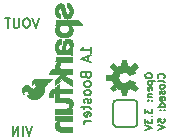
<source format=gbr>
G04 #@! TF.FileFunction,Legend,Bot*
%FSLAX46Y46*%
G04 Gerber Fmt 4.6, Leading zero omitted, Abs format (unit mm)*
G04 Created by KiCad (PCBNEW 4.0.6) date 07/21/17 14:00:03*
%MOMM*%
%LPD*%
G01*
G04 APERTURE LIST*
%ADD10C,0.100000*%
%ADD11C,0.152400*%
%ADD12C,0.127000*%
%ADD13C,0.010000*%
G04 APERTURE END LIST*
D10*
D11*
X66930209Y-82866895D02*
X66659276Y-83679695D01*
X66388343Y-82866895D01*
X66117409Y-83679695D02*
X66117409Y-82866895D01*
X65730361Y-83679695D02*
X65730361Y-82866895D01*
X65265904Y-83679695D01*
X65265904Y-82866895D01*
X67472076Y-73722895D02*
X67201143Y-74535695D01*
X66930210Y-73722895D01*
X66504457Y-73722895D02*
X66349638Y-73722895D01*
X66272229Y-73761600D01*
X66194819Y-73839010D01*
X66156114Y-73993829D01*
X66156114Y-74264762D01*
X66194819Y-74419581D01*
X66272229Y-74496990D01*
X66349638Y-74535695D01*
X66504457Y-74535695D01*
X66581867Y-74496990D01*
X66659276Y-74419581D01*
X66697981Y-74264762D01*
X66697981Y-73993829D01*
X66659276Y-73839010D01*
X66581867Y-73761600D01*
X66504457Y-73722895D01*
X65807771Y-73722895D02*
X65807771Y-74380876D01*
X65769066Y-74458286D01*
X65730362Y-74496990D01*
X65652952Y-74535695D01*
X65498133Y-74535695D01*
X65420724Y-74496990D01*
X65382019Y-74458286D01*
X65343314Y-74380876D01*
X65343314Y-73722895D01*
X65072380Y-73722895D02*
X64607923Y-73722895D01*
X64840152Y-74535695D02*
X64840152Y-73722895D01*
X71868695Y-76646315D02*
X71868695Y-76181858D01*
X71868695Y-76414087D02*
X71055895Y-76414087D01*
X71172010Y-76336677D01*
X71249419Y-76259268D01*
X71288124Y-76181858D01*
X71636467Y-76955953D02*
X71636467Y-77343001D01*
X71868695Y-76878544D02*
X71055895Y-77149477D01*
X71868695Y-77420410D01*
X71442943Y-78581553D02*
X71481648Y-78697667D01*
X71520352Y-78736372D01*
X71597762Y-78775077D01*
X71713876Y-78775077D01*
X71791286Y-78736372D01*
X71829990Y-78697667D01*
X71868695Y-78620258D01*
X71868695Y-78310620D01*
X71055895Y-78310620D01*
X71055895Y-78581553D01*
X71094600Y-78658963D01*
X71133305Y-78697667D01*
X71210714Y-78736372D01*
X71288124Y-78736372D01*
X71365533Y-78697667D01*
X71404238Y-78658963D01*
X71442943Y-78581553D01*
X71442943Y-78310620D01*
X71868695Y-79239534D02*
X71829990Y-79162125D01*
X71791286Y-79123420D01*
X71713876Y-79084715D01*
X71481648Y-79084715D01*
X71404238Y-79123420D01*
X71365533Y-79162125D01*
X71326829Y-79239534D01*
X71326829Y-79355648D01*
X71365533Y-79433058D01*
X71404238Y-79471763D01*
X71481648Y-79510467D01*
X71713876Y-79510467D01*
X71791286Y-79471763D01*
X71829990Y-79433058D01*
X71868695Y-79355648D01*
X71868695Y-79239534D01*
X71868695Y-79974924D02*
X71829990Y-79897515D01*
X71791286Y-79858810D01*
X71713876Y-79820105D01*
X71481648Y-79820105D01*
X71404238Y-79858810D01*
X71365533Y-79897515D01*
X71326829Y-79974924D01*
X71326829Y-80091038D01*
X71365533Y-80168448D01*
X71404238Y-80207153D01*
X71481648Y-80245857D01*
X71713876Y-80245857D01*
X71791286Y-80207153D01*
X71829990Y-80168448D01*
X71868695Y-80091038D01*
X71868695Y-79974924D01*
X71829990Y-80555495D02*
X71868695Y-80632905D01*
X71868695Y-80787724D01*
X71829990Y-80865133D01*
X71752581Y-80903838D01*
X71713876Y-80903838D01*
X71636467Y-80865133D01*
X71597762Y-80787724D01*
X71597762Y-80671609D01*
X71559057Y-80594200D01*
X71481648Y-80555495D01*
X71442943Y-80555495D01*
X71365533Y-80594200D01*
X71326829Y-80671609D01*
X71326829Y-80787724D01*
X71365533Y-80865133D01*
X71326829Y-81136067D02*
X71326829Y-81445705D01*
X71055895Y-81252181D02*
X71752581Y-81252181D01*
X71829990Y-81290886D01*
X71868695Y-81368295D01*
X71868695Y-81445705D01*
X71829990Y-82026276D02*
X71868695Y-81948866D01*
X71868695Y-81794047D01*
X71829990Y-81716638D01*
X71752581Y-81677933D01*
X71442943Y-81677933D01*
X71365533Y-81716638D01*
X71326829Y-81794047D01*
X71326829Y-81948866D01*
X71365533Y-82026276D01*
X71442943Y-82064981D01*
X71520352Y-82064981D01*
X71597762Y-81677933D01*
X71868695Y-82413324D02*
X71326829Y-82413324D01*
X71481648Y-82413324D02*
X71404238Y-82452029D01*
X71365533Y-82490733D01*
X71326829Y-82568143D01*
X71326829Y-82645552D01*
D12*
X76488471Y-78536800D02*
X76488471Y-78652914D01*
X76517500Y-78710972D01*
X76575557Y-78769029D01*
X76691671Y-78798057D01*
X76894871Y-78798057D01*
X77010986Y-78769029D01*
X77069043Y-78710972D01*
X77098071Y-78652914D01*
X77098071Y-78536800D01*
X77069043Y-78478743D01*
X77010986Y-78420686D01*
X76894871Y-78391657D01*
X76691671Y-78391657D01*
X76575557Y-78420686D01*
X76517500Y-78478743D01*
X76488471Y-78536800D01*
X76691671Y-79059315D02*
X77301271Y-79059315D01*
X76720700Y-79059315D02*
X76691671Y-79117372D01*
X76691671Y-79233486D01*
X76720700Y-79291543D01*
X76749729Y-79320572D01*
X76807786Y-79349601D01*
X76981957Y-79349601D01*
X77040014Y-79320572D01*
X77069043Y-79291543D01*
X77098071Y-79233486D01*
X77098071Y-79117372D01*
X77069043Y-79059315D01*
X77069043Y-79843086D02*
X77098071Y-79785029D01*
X77098071Y-79668915D01*
X77069043Y-79610858D01*
X77010986Y-79581829D01*
X76778757Y-79581829D01*
X76720700Y-79610858D01*
X76691671Y-79668915D01*
X76691671Y-79785029D01*
X76720700Y-79843086D01*
X76778757Y-79872115D01*
X76836814Y-79872115D01*
X76894871Y-79581829D01*
X76691671Y-80133372D02*
X77098071Y-80133372D01*
X76749729Y-80133372D02*
X76720700Y-80162400D01*
X76691671Y-80220458D01*
X76691671Y-80307543D01*
X76720700Y-80365600D01*
X76778757Y-80394629D01*
X77098071Y-80394629D01*
X77040014Y-80684915D02*
X77069043Y-80713943D01*
X77098071Y-80684915D01*
X77069043Y-80655886D01*
X77040014Y-80684915D01*
X77098071Y-80684915D01*
X76720700Y-80684915D02*
X76749729Y-80713943D01*
X76778757Y-80684915D01*
X76749729Y-80655886D01*
X76720700Y-80684915D01*
X76778757Y-80684915D01*
X76488471Y-81381601D02*
X76488471Y-81758972D01*
X76720700Y-81555772D01*
X76720700Y-81642858D01*
X76749729Y-81700915D01*
X76778757Y-81729944D01*
X76836814Y-81758972D01*
X76981957Y-81758972D01*
X77040014Y-81729944D01*
X77069043Y-81700915D01*
X77098071Y-81642858D01*
X77098071Y-81468686D01*
X77069043Y-81410629D01*
X77040014Y-81381601D01*
X77040014Y-82020229D02*
X77069043Y-82049257D01*
X77098071Y-82020229D01*
X77069043Y-81991200D01*
X77040014Y-82020229D01*
X77098071Y-82020229D01*
X76488471Y-82252458D02*
X76488471Y-82629829D01*
X76720700Y-82426629D01*
X76720700Y-82513715D01*
X76749729Y-82571772D01*
X76778757Y-82600801D01*
X76836814Y-82629829D01*
X76981957Y-82629829D01*
X77040014Y-82600801D01*
X77069043Y-82571772D01*
X77098071Y-82513715D01*
X77098071Y-82339543D01*
X77069043Y-82281486D01*
X77040014Y-82252458D01*
X76488471Y-82804000D02*
X77098071Y-83007200D01*
X76488471Y-83210400D01*
X78081414Y-78812572D02*
X78110443Y-78783543D01*
X78139471Y-78696457D01*
X78139471Y-78638400D01*
X78110443Y-78551315D01*
X78052386Y-78493257D01*
X77994329Y-78464229D01*
X77878214Y-78435200D01*
X77791129Y-78435200D01*
X77675014Y-78464229D01*
X77616957Y-78493257D01*
X77558900Y-78551315D01*
X77529871Y-78638400D01*
X77529871Y-78696457D01*
X77558900Y-78783543D01*
X77587929Y-78812572D01*
X78139471Y-79160915D02*
X78110443Y-79102857D01*
X78052386Y-79073829D01*
X77529871Y-79073829D01*
X78139471Y-79480229D02*
X78110443Y-79422171D01*
X78081414Y-79393143D01*
X78023357Y-79364114D01*
X77849186Y-79364114D01*
X77791129Y-79393143D01*
X77762100Y-79422171D01*
X77733071Y-79480229D01*
X77733071Y-79567314D01*
X77762100Y-79625371D01*
X77791129Y-79654400D01*
X77849186Y-79683429D01*
X78023357Y-79683429D01*
X78081414Y-79654400D01*
X78110443Y-79625371D01*
X78139471Y-79567314D01*
X78139471Y-79480229D01*
X78110443Y-79915657D02*
X78139471Y-79973714D01*
X78139471Y-80089829D01*
X78110443Y-80147886D01*
X78052386Y-80176914D01*
X78023357Y-80176914D01*
X77965300Y-80147886D01*
X77936271Y-80089829D01*
X77936271Y-80002743D01*
X77907243Y-79944686D01*
X77849186Y-79915657D01*
X77820157Y-79915657D01*
X77762100Y-79944686D01*
X77733071Y-80002743D01*
X77733071Y-80089829D01*
X77762100Y-80147886D01*
X78110443Y-80670400D02*
X78139471Y-80612343D01*
X78139471Y-80496229D01*
X78110443Y-80438172D01*
X78052386Y-80409143D01*
X77820157Y-80409143D01*
X77762100Y-80438172D01*
X77733071Y-80496229D01*
X77733071Y-80612343D01*
X77762100Y-80670400D01*
X77820157Y-80699429D01*
X77878214Y-80699429D01*
X77936271Y-80409143D01*
X78139471Y-81221943D02*
X77529871Y-81221943D01*
X78110443Y-81221943D02*
X78139471Y-81163886D01*
X78139471Y-81047772D01*
X78110443Y-80989714D01*
X78081414Y-80960686D01*
X78023357Y-80931657D01*
X77849186Y-80931657D01*
X77791129Y-80960686D01*
X77762100Y-80989714D01*
X77733071Y-81047772D01*
X77733071Y-81163886D01*
X77762100Y-81221943D01*
X78081414Y-81512229D02*
X78110443Y-81541257D01*
X78139471Y-81512229D01*
X78110443Y-81483200D01*
X78081414Y-81512229D01*
X78139471Y-81512229D01*
X77762100Y-81512229D02*
X77791129Y-81541257D01*
X77820157Y-81512229D01*
X77791129Y-81483200D01*
X77762100Y-81512229D01*
X77820157Y-81512229D01*
X77529871Y-82557258D02*
X77529871Y-82266972D01*
X77820157Y-82237943D01*
X77791129Y-82266972D01*
X77762100Y-82325029D01*
X77762100Y-82470172D01*
X77791129Y-82528229D01*
X77820157Y-82557258D01*
X77878214Y-82586286D01*
X78023357Y-82586286D01*
X78081414Y-82557258D01*
X78110443Y-82528229D01*
X78139471Y-82470172D01*
X78139471Y-82325029D01*
X78110443Y-82266972D01*
X78081414Y-82237943D01*
X77529871Y-82760457D02*
X78139471Y-82963657D01*
X77529871Y-83166857D01*
D11*
X75819000Y-82651600D02*
X75819000Y-80924400D01*
X75565000Y-82905600D02*
X74041000Y-82905600D01*
X75565000Y-80670400D02*
X74041000Y-80670400D01*
X73787000Y-80924400D02*
X73787000Y-82651600D01*
X74041000Y-82905600D02*
G75*
G02X73787000Y-82651600I0J254000D01*
G01*
X73787000Y-80924400D02*
G75*
G02X74041000Y-80670400I254000J0D01*
G01*
X75565000Y-80670400D02*
G75*
G02X75819000Y-80924400I0J-254000D01*
G01*
X75819000Y-82651600D02*
G75*
G02X75565000Y-82905600I-254000J0D01*
G01*
D13*
G36*
X69847460Y-72816720D02*
X69908420Y-72816720D01*
X69959220Y-72837040D01*
X69997320Y-72867520D01*
X70027800Y-72908160D01*
X70058280Y-72948800D01*
X70068440Y-73007220D01*
X70078600Y-73058020D01*
X70088760Y-73118980D01*
X70078600Y-73157080D01*
X70078600Y-73197720D01*
X70068440Y-73238360D01*
X70048120Y-73279000D01*
X70017640Y-73317100D01*
X69987160Y-73347580D01*
X69949060Y-73357740D01*
X69908420Y-73367900D01*
X69867780Y-73357740D01*
X69827140Y-73337420D01*
X69799200Y-73296780D01*
X69768720Y-73248520D01*
X69748400Y-73187560D01*
X69728080Y-73108820D01*
X69707760Y-73027540D01*
X69687440Y-72928480D01*
X69667120Y-72837040D01*
X69639180Y-72758300D01*
X69608700Y-72687180D01*
X69568060Y-72618600D01*
X69527420Y-72557640D01*
X69469000Y-72517000D01*
X69397880Y-72486520D01*
X69308980Y-72478900D01*
X69187060Y-72486520D01*
X69088000Y-72527160D01*
X69009260Y-72598280D01*
X68948300Y-72666860D01*
X68897500Y-72768460D01*
X68877180Y-72867520D01*
X68859400Y-72976740D01*
X68859400Y-73207880D01*
X68877180Y-73317100D01*
X68907660Y-73418700D01*
X68948300Y-73507600D01*
X69009260Y-73588880D01*
X69088000Y-73647300D01*
X69187060Y-73698100D01*
X69308980Y-73718420D01*
X69308980Y-73347580D01*
X69258180Y-73337420D01*
X69207380Y-73317100D01*
X69179440Y-73296780D01*
X69159120Y-73268840D01*
X69138800Y-73228200D01*
X69118480Y-73177400D01*
X69118480Y-73007220D01*
X69128640Y-72976740D01*
X69138800Y-72938640D01*
X69148960Y-72908160D01*
X69179440Y-72887840D01*
X69207380Y-72867520D01*
X69248020Y-72867520D01*
X69288660Y-72877680D01*
X69329300Y-72908160D01*
X69357240Y-72948800D01*
X69387720Y-73007220D01*
X69408040Y-73068180D01*
X69418200Y-73146920D01*
X69438520Y-73228200D01*
X69458840Y-73306940D01*
X69479160Y-73388220D01*
X69499480Y-73477120D01*
X69537580Y-73548240D01*
X69578220Y-73616820D01*
X69629020Y-73677780D01*
X69687440Y-73718420D01*
X69758560Y-73748900D01*
X69847460Y-73756520D01*
X69977000Y-73738740D01*
X70088760Y-73698100D01*
X70167500Y-73637140D01*
X70238620Y-73558400D01*
X70289420Y-73456800D01*
X70317360Y-73347580D01*
X70337680Y-73228200D01*
X70347840Y-73108820D01*
X70337680Y-72986900D01*
X70317360Y-72867520D01*
X70289420Y-72758300D01*
X70238620Y-72656700D01*
X70167500Y-72577960D01*
X70078600Y-72506840D01*
X69977000Y-72468740D01*
X69847460Y-72448420D01*
X69847460Y-72768460D01*
X69847460Y-72816720D01*
G37*
X69847460Y-72816720D02*
X69908420Y-72816720D01*
X69959220Y-72837040D01*
X69997320Y-72867520D01*
X70027800Y-72908160D01*
X70058280Y-72948800D01*
X70068440Y-73007220D01*
X70078600Y-73058020D01*
X70088760Y-73118980D01*
X70078600Y-73157080D01*
X70078600Y-73197720D01*
X70068440Y-73238360D01*
X70048120Y-73279000D01*
X70017640Y-73317100D01*
X69987160Y-73347580D01*
X69949060Y-73357740D01*
X69908420Y-73367900D01*
X69867780Y-73357740D01*
X69827140Y-73337420D01*
X69799200Y-73296780D01*
X69768720Y-73248520D01*
X69748400Y-73187560D01*
X69728080Y-73108820D01*
X69707760Y-73027540D01*
X69687440Y-72928480D01*
X69667120Y-72837040D01*
X69639180Y-72758300D01*
X69608700Y-72687180D01*
X69568060Y-72618600D01*
X69527420Y-72557640D01*
X69469000Y-72517000D01*
X69397880Y-72486520D01*
X69308980Y-72478900D01*
X69187060Y-72486520D01*
X69088000Y-72527160D01*
X69009260Y-72598280D01*
X68948300Y-72666860D01*
X68897500Y-72768460D01*
X68877180Y-72867520D01*
X68859400Y-72976740D01*
X68859400Y-73207880D01*
X68877180Y-73317100D01*
X68907660Y-73418700D01*
X68948300Y-73507600D01*
X69009260Y-73588880D01*
X69088000Y-73647300D01*
X69187060Y-73698100D01*
X69308980Y-73718420D01*
X69308980Y-73347580D01*
X69258180Y-73337420D01*
X69207380Y-73317100D01*
X69179440Y-73296780D01*
X69159120Y-73268840D01*
X69138800Y-73228200D01*
X69118480Y-73177400D01*
X69118480Y-73007220D01*
X69128640Y-72976740D01*
X69138800Y-72938640D01*
X69148960Y-72908160D01*
X69179440Y-72887840D01*
X69207380Y-72867520D01*
X69248020Y-72867520D01*
X69288660Y-72877680D01*
X69329300Y-72908160D01*
X69357240Y-72948800D01*
X69387720Y-73007220D01*
X69408040Y-73068180D01*
X69418200Y-73146920D01*
X69438520Y-73228200D01*
X69458840Y-73306940D01*
X69479160Y-73388220D01*
X69499480Y-73477120D01*
X69537580Y-73548240D01*
X69578220Y-73616820D01*
X69629020Y-73677780D01*
X69687440Y-73718420D01*
X69758560Y-73748900D01*
X69847460Y-73756520D01*
X69977000Y-73738740D01*
X70088760Y-73698100D01*
X70167500Y-73637140D01*
X70238620Y-73558400D01*
X70289420Y-73456800D01*
X70317360Y-73347580D01*
X70337680Y-73228200D01*
X70347840Y-73108820D01*
X70337680Y-72986900D01*
X70317360Y-72867520D01*
X70289420Y-72758300D01*
X70238620Y-72656700D01*
X70167500Y-72577960D01*
X70078600Y-72506840D01*
X69977000Y-72468740D01*
X69847460Y-72448420D01*
X69847460Y-72768460D01*
X69847460Y-72816720D01*
G36*
X69847460Y-74917300D02*
X69768720Y-74947780D01*
X69687440Y-74957940D01*
X69608700Y-74957940D01*
X69618860Y-75346560D01*
X69758560Y-75338940D01*
X69888100Y-75308460D01*
X70007480Y-75257660D01*
X69847460Y-74917300D01*
G37*
X69847460Y-74917300D02*
X69768720Y-74947780D01*
X69687440Y-74957940D01*
X69608700Y-74957940D01*
X69618860Y-75346560D01*
X69758560Y-75338940D01*
X69888100Y-75308460D01*
X70007480Y-75257660D01*
X69847460Y-74917300D01*
G36*
X70007480Y-75257660D02*
X70119240Y-75196700D01*
X70208140Y-75107800D01*
X70289420Y-74998580D01*
X70327520Y-74876660D01*
X70347840Y-74726800D01*
X70337680Y-74668380D01*
X70327520Y-74607420D01*
X70317360Y-74549000D01*
X70289420Y-74488040D01*
X70258940Y-74437240D01*
X70228460Y-74388980D01*
X70177660Y-74348340D01*
X70129400Y-74307700D01*
X70129400Y-74297540D01*
X71147940Y-74297540D01*
X71107300Y-74256900D01*
X71059040Y-74208640D01*
X71018400Y-74157840D01*
X70977760Y-74107040D01*
X70937120Y-74058780D01*
X70888860Y-74007980D01*
X70848220Y-73967340D01*
X70807580Y-73916540D01*
X68958460Y-73916540D01*
X68948300Y-73957180D01*
X68938140Y-74007980D01*
X68938140Y-74058780D01*
X68927980Y-74096880D01*
X68917820Y-74147680D01*
X68907660Y-74188320D01*
X68897500Y-74236580D01*
X68887340Y-74287380D01*
X69067680Y-74287380D01*
X69019420Y-74328020D01*
X68978780Y-74368660D01*
X68938140Y-74416920D01*
X68907660Y-74467720D01*
X68877180Y-74518520D01*
X68867020Y-74576940D01*
X68859400Y-74637900D01*
X68859400Y-74706480D01*
X68867020Y-74858880D01*
X68917820Y-74998580D01*
X68988940Y-75107800D01*
X69088000Y-75196700D01*
X69197220Y-75267820D01*
X69329300Y-75308460D01*
X69469000Y-75338940D01*
X69618860Y-75346560D01*
X69608700Y-74957940D01*
X69517260Y-74957940D01*
X69438520Y-74947780D01*
X69357240Y-74917300D01*
X69288660Y-74886820D01*
X69227700Y-74838560D01*
X69187060Y-74777600D01*
X69159120Y-74706480D01*
X69148960Y-74617580D01*
X69159120Y-74538840D01*
X69187060Y-74457560D01*
X69227700Y-74406760D01*
X69288660Y-74358500D01*
X69357240Y-74328020D01*
X69438520Y-74297540D01*
X69517260Y-74287380D01*
X69687440Y-74287380D01*
X69768720Y-74307700D01*
X69847460Y-74328020D01*
X69918580Y-74358500D01*
X69969380Y-74406760D01*
X70017640Y-74467720D01*
X70037960Y-74538840D01*
X70048120Y-74627740D01*
X70037960Y-74706480D01*
X70017640Y-74787760D01*
X69969380Y-74848720D01*
X69918580Y-74886820D01*
X69847460Y-74917300D01*
X70007480Y-75257660D01*
G37*
X70007480Y-75257660D02*
X70119240Y-75196700D01*
X70208140Y-75107800D01*
X70289420Y-74998580D01*
X70327520Y-74876660D01*
X70347840Y-74726800D01*
X70337680Y-74668380D01*
X70327520Y-74607420D01*
X70317360Y-74549000D01*
X70289420Y-74488040D01*
X70258940Y-74437240D01*
X70228460Y-74388980D01*
X70177660Y-74348340D01*
X70129400Y-74307700D01*
X70129400Y-74297540D01*
X71147940Y-74297540D01*
X71107300Y-74256900D01*
X71059040Y-74208640D01*
X71018400Y-74157840D01*
X70977760Y-74107040D01*
X70937120Y-74058780D01*
X70888860Y-74007980D01*
X70848220Y-73967340D01*
X70807580Y-73916540D01*
X68958460Y-73916540D01*
X68948300Y-73957180D01*
X68938140Y-74007980D01*
X68938140Y-74058780D01*
X68927980Y-74096880D01*
X68917820Y-74147680D01*
X68907660Y-74188320D01*
X68897500Y-74236580D01*
X68887340Y-74287380D01*
X69067680Y-74287380D01*
X69019420Y-74328020D01*
X68978780Y-74368660D01*
X68938140Y-74416920D01*
X68907660Y-74467720D01*
X68877180Y-74518520D01*
X68867020Y-74576940D01*
X68859400Y-74637900D01*
X68859400Y-74706480D01*
X68867020Y-74858880D01*
X68917820Y-74998580D01*
X68988940Y-75107800D01*
X69088000Y-75196700D01*
X69197220Y-75267820D01*
X69329300Y-75308460D01*
X69469000Y-75338940D01*
X69618860Y-75346560D01*
X69608700Y-74957940D01*
X69517260Y-74957940D01*
X69438520Y-74947780D01*
X69357240Y-74917300D01*
X69288660Y-74886820D01*
X69227700Y-74838560D01*
X69187060Y-74777600D01*
X69159120Y-74706480D01*
X69148960Y-74617580D01*
X69159120Y-74538840D01*
X69187060Y-74457560D01*
X69227700Y-74406760D01*
X69288660Y-74358500D01*
X69357240Y-74328020D01*
X69438520Y-74297540D01*
X69517260Y-74287380D01*
X69687440Y-74287380D01*
X69768720Y-74307700D01*
X69847460Y-74328020D01*
X69918580Y-74358500D01*
X69969380Y-74406760D01*
X70017640Y-74467720D01*
X70037960Y-74538840D01*
X70048120Y-74627740D01*
X70037960Y-74706480D01*
X70017640Y-74787760D01*
X69969380Y-74848720D01*
X69918580Y-74886820D01*
X69847460Y-74917300D01*
X70007480Y-75257660D01*
G36*
X69499480Y-75938380D02*
X69489320Y-76027280D01*
X69479160Y-76118720D01*
X69469000Y-76187300D01*
X69667120Y-76238100D01*
X69677280Y-76217780D01*
X69677280Y-76197460D01*
X69687440Y-76166980D01*
X69687440Y-76128880D01*
X69697600Y-76098400D01*
X69697600Y-76057760D01*
X69707760Y-76037440D01*
X69707760Y-76017120D01*
X69499480Y-75938380D01*
G37*
X69499480Y-75938380D02*
X69489320Y-76027280D01*
X69479160Y-76118720D01*
X69469000Y-76187300D01*
X69667120Y-76238100D01*
X69677280Y-76217780D01*
X69677280Y-76197460D01*
X69687440Y-76166980D01*
X69687440Y-76128880D01*
X69697600Y-76098400D01*
X69697600Y-76057760D01*
X69707760Y-76037440D01*
X69707760Y-76017120D01*
X69499480Y-75938380D01*
G36*
X69707760Y-76017120D02*
X69717920Y-75986640D01*
X69728080Y-75968860D01*
X69738240Y-75958700D01*
X69748400Y-75938380D01*
X69758560Y-75918060D01*
X69768720Y-75907900D01*
X69778880Y-75887580D01*
X69799200Y-75877420D01*
X69819520Y-75867260D01*
X69837300Y-75857100D01*
X69857620Y-75857100D01*
X69877940Y-75846940D01*
X69928740Y-75846940D01*
X69959220Y-75857100D01*
X69977000Y-75857100D01*
X69997320Y-75867260D01*
X70007480Y-75877420D01*
X70027800Y-75887580D01*
X70037960Y-75907900D01*
X70048120Y-75918060D01*
X70058280Y-75938380D01*
X70068440Y-75958700D01*
X70068440Y-75976480D01*
X70078600Y-75996800D01*
X70078600Y-76017120D01*
X70088760Y-76037440D01*
X70088760Y-76088240D01*
X70078600Y-76136500D01*
X70078600Y-76187300D01*
X70058280Y-76227940D01*
X70048120Y-76268580D01*
X70027800Y-76296520D01*
X70007480Y-76316840D01*
X69977000Y-76337160D01*
X69959220Y-76357480D01*
X69928740Y-76367640D01*
X69898260Y-76377800D01*
X69877940Y-76387960D01*
X69847460Y-76398120D01*
X69618860Y-76398120D01*
X69629020Y-76387960D01*
X69639180Y-76377800D01*
X69639180Y-76357480D01*
X69649340Y-76337160D01*
X69659500Y-76316840D01*
X69659500Y-76296520D01*
X69667120Y-76278740D01*
X69667120Y-76238100D01*
X69469000Y-76187300D01*
X69448680Y-76258420D01*
X69428360Y-76316840D01*
X69397880Y-76367640D01*
X69357240Y-76398120D01*
X69248020Y-76398120D01*
X69227700Y-76387960D01*
X69207380Y-76377800D01*
X69187060Y-76367640D01*
X69179440Y-76357480D01*
X69159120Y-76347320D01*
X69148960Y-76327000D01*
X69138800Y-76306680D01*
X69128640Y-76288900D01*
X69128640Y-76268580D01*
X69118480Y-76248260D01*
X69118480Y-76067920D01*
X69128640Y-76047600D01*
X69138800Y-76027280D01*
X69148960Y-76006960D01*
X69159120Y-75986640D01*
X69169280Y-75968860D01*
X69179440Y-75958700D01*
X69197220Y-75938380D01*
X69207380Y-75928220D01*
X69227700Y-75918060D01*
X69258180Y-75907900D01*
X69278500Y-75897740D01*
X69329300Y-75897740D01*
X69329300Y-75506580D01*
X69268340Y-75516740D01*
X69207380Y-75526900D01*
X69148960Y-75547220D01*
X69108320Y-75577700D01*
X69057520Y-75608180D01*
X69019420Y-75638660D01*
X68988940Y-75676760D01*
X68958460Y-75727560D01*
X68927980Y-75778360D01*
X68907660Y-75826620D01*
X68897500Y-75877420D01*
X68877180Y-75938380D01*
X68867020Y-75996800D01*
X68859400Y-76047600D01*
X68859400Y-76278740D01*
X68867020Y-76327000D01*
X68867020Y-76387960D01*
X68877180Y-76438760D01*
X68897500Y-76487020D01*
X68907660Y-76537820D01*
X68927980Y-76588620D01*
X68958460Y-76626720D01*
X68988940Y-76667360D01*
X69019420Y-76708000D01*
X69057520Y-76738480D01*
X69098160Y-76758800D01*
X69148960Y-76776580D01*
X69197220Y-76786740D01*
X70068440Y-76786740D01*
X70088760Y-76796900D01*
X70177660Y-76796900D01*
X70197980Y-76807060D01*
X70218300Y-76807060D01*
X70238620Y-76817220D01*
X70269100Y-76817220D01*
X70289420Y-76827380D01*
X70297040Y-76837540D01*
X70307200Y-76837540D01*
X70307200Y-76448920D01*
X70297040Y-76448920D01*
X70289420Y-76438760D01*
X70279260Y-76438760D01*
X70269100Y-76428600D01*
X70238620Y-76428600D01*
X70228460Y-76418440D01*
X70167500Y-76418440D01*
X70197980Y-76398120D01*
X70218300Y-76367640D01*
X70238620Y-76347320D01*
X70258940Y-76316840D01*
X70269100Y-76288900D01*
X70289420Y-76258420D01*
X70297040Y-76227940D01*
X70307200Y-76197460D01*
X70317360Y-76166980D01*
X70327520Y-76136500D01*
X70327520Y-76108560D01*
X70337680Y-76078080D01*
X70337680Y-76037440D01*
X70347840Y-76006960D01*
X70347840Y-75897740D01*
X70337680Y-75846940D01*
X70337680Y-75798680D01*
X70327520Y-75758040D01*
X70307200Y-75707240D01*
X70289420Y-75666600D01*
X70269100Y-75638660D01*
X70248780Y-75598020D01*
X70218300Y-75567540D01*
X70187820Y-75547220D01*
X70147180Y-75516740D01*
X70119240Y-75498960D01*
X70068440Y-75488800D01*
X70027800Y-75468480D01*
X69977000Y-75468480D01*
X69928740Y-75458320D01*
X69819520Y-75478640D01*
X69728080Y-75506580D01*
X69659500Y-75547220D01*
X69598540Y-75618340D01*
X69557900Y-75686920D01*
X69527420Y-75768200D01*
X69507100Y-75846940D01*
X69499480Y-75938380D01*
X69707760Y-76017120D01*
G37*
X69707760Y-76017120D02*
X69717920Y-75986640D01*
X69728080Y-75968860D01*
X69738240Y-75958700D01*
X69748400Y-75938380D01*
X69758560Y-75918060D01*
X69768720Y-75907900D01*
X69778880Y-75887580D01*
X69799200Y-75877420D01*
X69819520Y-75867260D01*
X69837300Y-75857100D01*
X69857620Y-75857100D01*
X69877940Y-75846940D01*
X69928740Y-75846940D01*
X69959220Y-75857100D01*
X69977000Y-75857100D01*
X69997320Y-75867260D01*
X70007480Y-75877420D01*
X70027800Y-75887580D01*
X70037960Y-75907900D01*
X70048120Y-75918060D01*
X70058280Y-75938380D01*
X70068440Y-75958700D01*
X70068440Y-75976480D01*
X70078600Y-75996800D01*
X70078600Y-76017120D01*
X70088760Y-76037440D01*
X70088760Y-76088240D01*
X70078600Y-76136500D01*
X70078600Y-76187300D01*
X70058280Y-76227940D01*
X70048120Y-76268580D01*
X70027800Y-76296520D01*
X70007480Y-76316840D01*
X69977000Y-76337160D01*
X69959220Y-76357480D01*
X69928740Y-76367640D01*
X69898260Y-76377800D01*
X69877940Y-76387960D01*
X69847460Y-76398120D01*
X69618860Y-76398120D01*
X69629020Y-76387960D01*
X69639180Y-76377800D01*
X69639180Y-76357480D01*
X69649340Y-76337160D01*
X69659500Y-76316840D01*
X69659500Y-76296520D01*
X69667120Y-76278740D01*
X69667120Y-76238100D01*
X69469000Y-76187300D01*
X69448680Y-76258420D01*
X69428360Y-76316840D01*
X69397880Y-76367640D01*
X69357240Y-76398120D01*
X69248020Y-76398120D01*
X69227700Y-76387960D01*
X69207380Y-76377800D01*
X69187060Y-76367640D01*
X69179440Y-76357480D01*
X69159120Y-76347320D01*
X69148960Y-76327000D01*
X69138800Y-76306680D01*
X69128640Y-76288900D01*
X69128640Y-76268580D01*
X69118480Y-76248260D01*
X69118480Y-76067920D01*
X69128640Y-76047600D01*
X69138800Y-76027280D01*
X69148960Y-76006960D01*
X69159120Y-75986640D01*
X69169280Y-75968860D01*
X69179440Y-75958700D01*
X69197220Y-75938380D01*
X69207380Y-75928220D01*
X69227700Y-75918060D01*
X69258180Y-75907900D01*
X69278500Y-75897740D01*
X69329300Y-75897740D01*
X69329300Y-75506580D01*
X69268340Y-75516740D01*
X69207380Y-75526900D01*
X69148960Y-75547220D01*
X69108320Y-75577700D01*
X69057520Y-75608180D01*
X69019420Y-75638660D01*
X68988940Y-75676760D01*
X68958460Y-75727560D01*
X68927980Y-75778360D01*
X68907660Y-75826620D01*
X68897500Y-75877420D01*
X68877180Y-75938380D01*
X68867020Y-75996800D01*
X68859400Y-76047600D01*
X68859400Y-76278740D01*
X68867020Y-76327000D01*
X68867020Y-76387960D01*
X68877180Y-76438760D01*
X68897500Y-76487020D01*
X68907660Y-76537820D01*
X68927980Y-76588620D01*
X68958460Y-76626720D01*
X68988940Y-76667360D01*
X69019420Y-76708000D01*
X69057520Y-76738480D01*
X69098160Y-76758800D01*
X69148960Y-76776580D01*
X69197220Y-76786740D01*
X70068440Y-76786740D01*
X70088760Y-76796900D01*
X70177660Y-76796900D01*
X70197980Y-76807060D01*
X70218300Y-76807060D01*
X70238620Y-76817220D01*
X70269100Y-76817220D01*
X70289420Y-76827380D01*
X70297040Y-76837540D01*
X70307200Y-76837540D01*
X70307200Y-76448920D01*
X70297040Y-76448920D01*
X70289420Y-76438760D01*
X70279260Y-76438760D01*
X70269100Y-76428600D01*
X70238620Y-76428600D01*
X70228460Y-76418440D01*
X70167500Y-76418440D01*
X70197980Y-76398120D01*
X70218300Y-76367640D01*
X70238620Y-76347320D01*
X70258940Y-76316840D01*
X70269100Y-76288900D01*
X70289420Y-76258420D01*
X70297040Y-76227940D01*
X70307200Y-76197460D01*
X70317360Y-76166980D01*
X70327520Y-76136500D01*
X70327520Y-76108560D01*
X70337680Y-76078080D01*
X70337680Y-76037440D01*
X70347840Y-76006960D01*
X70347840Y-75897740D01*
X70337680Y-75846940D01*
X70337680Y-75798680D01*
X70327520Y-75758040D01*
X70307200Y-75707240D01*
X70289420Y-75666600D01*
X70269100Y-75638660D01*
X70248780Y-75598020D01*
X70218300Y-75567540D01*
X70187820Y-75547220D01*
X70147180Y-75516740D01*
X70119240Y-75498960D01*
X70068440Y-75488800D01*
X70027800Y-75468480D01*
X69977000Y-75468480D01*
X69928740Y-75458320D01*
X69819520Y-75478640D01*
X69728080Y-75506580D01*
X69659500Y-75547220D01*
X69598540Y-75618340D01*
X69557900Y-75686920D01*
X69527420Y-75768200D01*
X69507100Y-75846940D01*
X69499480Y-75938380D01*
X69707760Y-76017120D01*
G36*
X68958460Y-77007720D02*
X68948300Y-77058520D01*
X68938140Y-77096620D01*
X68938140Y-77147420D01*
X68927980Y-77198220D01*
X68917820Y-77238860D01*
X68907660Y-77287120D01*
X68897500Y-77337920D01*
X68887340Y-77378560D01*
X69159120Y-77378560D01*
X69088000Y-77416660D01*
X69037200Y-77457300D01*
X68978780Y-77508100D01*
X68938140Y-77558900D01*
X68897500Y-77627480D01*
X68877180Y-77688440D01*
X68859400Y-77757020D01*
X68859400Y-77896720D01*
X68867020Y-77906880D01*
X68867020Y-77917040D01*
X69227700Y-77917040D01*
X69227700Y-77906880D01*
X69217540Y-77886560D01*
X69217540Y-77777340D01*
X69227700Y-77678280D01*
X69248020Y-77597000D01*
X69288660Y-77528420D01*
X69347080Y-77477620D01*
X69418200Y-77436980D01*
X69489320Y-77416660D01*
X69578220Y-77398880D01*
X70307200Y-77398880D01*
X70307200Y-77007720D01*
X69128640Y-77007720D01*
X68958460Y-77007720D01*
G37*
X68958460Y-77007720D02*
X68948300Y-77058520D01*
X68938140Y-77096620D01*
X68938140Y-77147420D01*
X68927980Y-77198220D01*
X68917820Y-77238860D01*
X68907660Y-77287120D01*
X68897500Y-77337920D01*
X68887340Y-77378560D01*
X69159120Y-77378560D01*
X69088000Y-77416660D01*
X69037200Y-77457300D01*
X68978780Y-77508100D01*
X68938140Y-77558900D01*
X68897500Y-77627480D01*
X68877180Y-77688440D01*
X68859400Y-77757020D01*
X68859400Y-77896720D01*
X68867020Y-77906880D01*
X68867020Y-77917040D01*
X69227700Y-77917040D01*
X69227700Y-77906880D01*
X69217540Y-77886560D01*
X69217540Y-77777340D01*
X69227700Y-77678280D01*
X69248020Y-77597000D01*
X69288660Y-77528420D01*
X69347080Y-77477620D01*
X69418200Y-77436980D01*
X69489320Y-77416660D01*
X69578220Y-77398880D01*
X70307200Y-77398880D01*
X70307200Y-77007720D01*
X69128640Y-77007720D01*
X68958460Y-77007720D01*
G36*
X68567300Y-78066900D02*
X68359020Y-78458060D01*
X69397880Y-78458060D01*
X68887340Y-78948280D01*
X68887340Y-79408020D01*
X69408040Y-78877160D01*
X70307200Y-79468980D01*
X70307200Y-78996540D01*
X69677280Y-78607920D01*
X69819520Y-78458060D01*
X70307200Y-78458060D01*
X70307200Y-78066900D01*
X68567300Y-78066900D01*
G37*
X68567300Y-78066900D02*
X68359020Y-78458060D01*
X69397880Y-78458060D01*
X68887340Y-78948280D01*
X68887340Y-79408020D01*
X69408040Y-78877160D01*
X70307200Y-79468980D01*
X70307200Y-78996540D01*
X69677280Y-78607920D01*
X69819520Y-78458060D01*
X70307200Y-78458060D01*
X70307200Y-78066900D01*
X68567300Y-78066900D01*
G36*
X69148960Y-79707740D02*
X69148960Y-79316580D01*
X69118480Y-79357220D01*
X69088000Y-79387700D01*
X69057520Y-79418180D01*
X69019420Y-79458820D01*
X68988940Y-79486760D01*
X68958460Y-79517240D01*
X68927980Y-79557880D01*
X68887340Y-79588360D01*
X68887340Y-79707740D01*
X68689220Y-79707740D01*
X68607940Y-79738220D01*
X68539360Y-79768700D01*
X68478400Y-79816960D01*
X68427600Y-79888080D01*
X68389500Y-79966820D01*
X68359020Y-80068420D01*
X68359020Y-80357980D01*
X68369180Y-80378300D01*
X68648580Y-80378300D01*
X68648580Y-80208120D01*
X68658740Y-80167480D01*
X68668900Y-80147160D01*
X68679060Y-80126840D01*
X68707000Y-80106520D01*
X68727320Y-80098900D01*
X68767960Y-80098900D01*
X68808600Y-80088740D01*
X68887340Y-80088740D01*
X68887340Y-80357980D01*
X69148960Y-80357980D01*
X69148960Y-80088740D01*
X70307200Y-80088740D01*
X70307200Y-79707740D01*
X69298820Y-79707740D01*
X69148960Y-79707740D01*
G37*
X69148960Y-79707740D02*
X69148960Y-79316580D01*
X69118480Y-79357220D01*
X69088000Y-79387700D01*
X69057520Y-79418180D01*
X69019420Y-79458820D01*
X68988940Y-79486760D01*
X68958460Y-79517240D01*
X68927980Y-79557880D01*
X68887340Y-79588360D01*
X68887340Y-79707740D01*
X68689220Y-79707740D01*
X68607940Y-79738220D01*
X68539360Y-79768700D01*
X68478400Y-79816960D01*
X68427600Y-79888080D01*
X68389500Y-79966820D01*
X68359020Y-80068420D01*
X68359020Y-80357980D01*
X68369180Y-80378300D01*
X68648580Y-80378300D01*
X68648580Y-80208120D01*
X68658740Y-80167480D01*
X68668900Y-80147160D01*
X68679060Y-80126840D01*
X68707000Y-80106520D01*
X68727320Y-80098900D01*
X68767960Y-80098900D01*
X68808600Y-80088740D01*
X68887340Y-80088740D01*
X68887340Y-80357980D01*
X69148960Y-80357980D01*
X69148960Y-80088740D01*
X70307200Y-80088740D01*
X70307200Y-79707740D01*
X69298820Y-79707740D01*
X69148960Y-79707740D01*
G36*
X70307200Y-81798160D02*
X70307200Y-81427320D01*
X70109080Y-81427320D01*
X70109080Y-81417160D01*
X70167500Y-81376520D01*
X70218300Y-81338420D01*
X70258940Y-81287620D01*
X70289420Y-81226660D01*
X70307200Y-81178400D01*
X70327520Y-81117440D01*
X70337680Y-81048860D01*
X70347840Y-80987900D01*
X70337680Y-80848200D01*
X70297040Y-80738980D01*
X70248780Y-80647540D01*
X70187820Y-80578960D01*
X70098920Y-80528160D01*
X69997320Y-80497680D01*
X69888100Y-80477360D01*
X68887340Y-80477360D01*
X68887340Y-80858360D01*
X69687440Y-80858360D01*
X69768720Y-80868520D01*
X69847460Y-80878680D01*
X69908420Y-80888840D01*
X69949060Y-80916780D01*
X69987160Y-80947260D01*
X70017640Y-80998060D01*
X70027800Y-81048860D01*
X70037960Y-81107280D01*
X70027800Y-81188560D01*
X70017640Y-81246980D01*
X69987160Y-81297780D01*
X69949060Y-81338420D01*
X69888100Y-81368900D01*
X69819520Y-81396840D01*
X69738240Y-81407000D01*
X68887340Y-81407000D01*
X68887340Y-81798160D01*
X70129400Y-81798160D01*
X70307200Y-81798160D01*
G37*
X70307200Y-81798160D02*
X70307200Y-81427320D01*
X70109080Y-81427320D01*
X70109080Y-81417160D01*
X70167500Y-81376520D01*
X70218300Y-81338420D01*
X70258940Y-81287620D01*
X70289420Y-81226660D01*
X70307200Y-81178400D01*
X70327520Y-81117440D01*
X70337680Y-81048860D01*
X70347840Y-80987900D01*
X70337680Y-80848200D01*
X70297040Y-80738980D01*
X70248780Y-80647540D01*
X70187820Y-80578960D01*
X70098920Y-80528160D01*
X69997320Y-80497680D01*
X69888100Y-80477360D01*
X68887340Y-80477360D01*
X68887340Y-80858360D01*
X69687440Y-80858360D01*
X69768720Y-80868520D01*
X69847460Y-80878680D01*
X69908420Y-80888840D01*
X69949060Y-80916780D01*
X69987160Y-80947260D01*
X70017640Y-80998060D01*
X70027800Y-81048860D01*
X70037960Y-81107280D01*
X70027800Y-81188560D01*
X70017640Y-81246980D01*
X69987160Y-81297780D01*
X69949060Y-81338420D01*
X69888100Y-81368900D01*
X69819520Y-81396840D01*
X69738240Y-81407000D01*
X68887340Y-81407000D01*
X68887340Y-81798160D01*
X70129400Y-81798160D01*
X70307200Y-81798160D01*
G36*
X68887340Y-82008980D02*
X68887340Y-82377280D01*
X69088000Y-82377280D01*
X69088000Y-82387440D01*
X69027040Y-82428080D01*
X68988940Y-82468720D01*
X68948300Y-82516980D01*
X68907660Y-82577940D01*
X68887340Y-82638900D01*
X68867020Y-82697320D01*
X68859400Y-82758280D01*
X68859400Y-82816700D01*
X68867020Y-82958940D01*
X68897500Y-83068160D01*
X68948300Y-83157060D01*
X69019420Y-83228180D01*
X69098160Y-83278980D01*
X69197220Y-83306920D01*
X69308980Y-83327240D01*
X69438520Y-83337400D01*
X70307200Y-83337400D01*
X70307200Y-82948780D01*
X69507100Y-82948780D01*
X69428360Y-82938620D01*
X69357240Y-82928460D01*
X69298820Y-82918300D01*
X69248020Y-82887820D01*
X69207380Y-82857340D01*
X69179440Y-82806540D01*
X69169280Y-82758280D01*
X69159120Y-82697320D01*
X69169280Y-82618580D01*
X69179440Y-82557620D01*
X69207380Y-82506820D01*
X69258180Y-82468720D01*
X69308980Y-82438240D01*
X69377560Y-82407760D01*
X69469000Y-82397600D01*
X70307200Y-82397600D01*
X70307200Y-82008980D01*
X69067680Y-82008980D01*
X68887340Y-82008980D01*
G37*
X68887340Y-82008980D02*
X68887340Y-82377280D01*
X69088000Y-82377280D01*
X69088000Y-82387440D01*
X69027040Y-82428080D01*
X68988940Y-82468720D01*
X68948300Y-82516980D01*
X68907660Y-82577940D01*
X68887340Y-82638900D01*
X68867020Y-82697320D01*
X68859400Y-82758280D01*
X68859400Y-82816700D01*
X68867020Y-82958940D01*
X68897500Y-83068160D01*
X68948300Y-83157060D01*
X69019420Y-83228180D01*
X69098160Y-83278980D01*
X69197220Y-83306920D01*
X69308980Y-83327240D01*
X69438520Y-83337400D01*
X70307200Y-83337400D01*
X70307200Y-82948780D01*
X69507100Y-82948780D01*
X69428360Y-82938620D01*
X69357240Y-82928460D01*
X69298820Y-82918300D01*
X69248020Y-82887820D01*
X69207380Y-82857340D01*
X69179440Y-82806540D01*
X69169280Y-82758280D01*
X69159120Y-82697320D01*
X69169280Y-82618580D01*
X69179440Y-82557620D01*
X69207380Y-82506820D01*
X69258180Y-82468720D01*
X69308980Y-82438240D01*
X69377560Y-82407760D01*
X69469000Y-82397600D01*
X70307200Y-82397600D01*
X70307200Y-82008980D01*
X69067680Y-82008980D01*
X68887340Y-82008980D01*
G36*
X66469260Y-80258920D02*
X66548000Y-80258920D01*
X66578480Y-80248760D01*
X66608960Y-80238600D01*
X66629280Y-80208120D01*
X66639440Y-80177640D01*
X66639440Y-80106520D01*
X66619120Y-80068420D01*
X66598800Y-80027780D01*
X66578480Y-79997300D01*
X66548000Y-79956660D01*
X66527680Y-79928720D01*
X66497200Y-79898240D01*
X66459100Y-79877920D01*
X66428620Y-79857600D01*
X66387980Y-79847440D01*
X66357500Y-79837280D01*
X66327020Y-79847440D01*
X66309240Y-79857600D01*
X66278760Y-79867760D01*
X66248280Y-79888080D01*
X66217800Y-79928720D01*
X66197480Y-79966820D01*
X66187320Y-80017620D01*
X66177160Y-80058260D01*
X66177160Y-80088740D01*
X66187320Y-80116680D01*
X66187320Y-80147160D01*
X66177160Y-80137000D01*
X66149220Y-80098900D01*
X66118740Y-80037940D01*
X66088260Y-79956660D01*
X66057780Y-79867760D01*
X66057780Y-79768700D01*
X66078100Y-79656940D01*
X66139060Y-79547720D01*
X66217800Y-79458820D01*
X66288920Y-79408020D01*
X66377820Y-79377540D01*
X66459100Y-79377540D01*
X66548000Y-79397860D01*
X66639440Y-79448660D01*
X66718180Y-79517240D01*
X66807080Y-79598520D01*
X66888360Y-79667100D01*
X66959480Y-79697580D01*
X67028060Y-79697580D01*
X67089020Y-79677260D01*
X67137280Y-79636620D01*
X67177920Y-79578200D01*
X67198240Y-79496920D01*
X67198240Y-79418180D01*
X67188080Y-79367380D01*
X67167760Y-79316580D01*
X67147440Y-79288640D01*
X67119500Y-79258160D01*
X67078860Y-79237840D01*
X67048380Y-79227680D01*
X67017900Y-79227680D01*
X66987420Y-79237840D01*
X66959480Y-79258160D01*
X66939160Y-79278480D01*
X66918840Y-79298800D01*
X66908680Y-79326740D01*
X66898520Y-79347060D01*
X66888360Y-79367380D01*
X66878200Y-79377540D01*
X66868040Y-79357220D01*
X66868040Y-79336900D01*
X66857880Y-79298800D01*
X66857880Y-79217520D01*
X66868040Y-79156560D01*
X66888360Y-79108300D01*
X66908680Y-79057500D01*
X66939160Y-79016860D01*
X66967100Y-78968600D01*
X67017900Y-78938120D01*
X67078860Y-78907640D01*
X67137280Y-78887320D01*
X67228720Y-78877160D01*
X67317620Y-78867000D01*
X68597780Y-78867000D01*
X68597780Y-78877160D01*
X68567300Y-78897480D01*
X68539360Y-78927960D01*
X68498720Y-78958440D01*
X68447920Y-79006700D01*
X68389500Y-79057500D01*
X68328540Y-79118460D01*
X68257420Y-79166720D01*
X68188840Y-79237840D01*
X68127880Y-79298800D01*
X68069460Y-79347060D01*
X68028820Y-79397860D01*
X67988180Y-79448660D01*
X67957700Y-79496920D01*
X67947540Y-79557880D01*
X67947540Y-79748380D01*
X67927220Y-79867760D01*
X67899280Y-79976980D01*
X67858640Y-80078580D01*
X67797680Y-80177640D01*
X67729100Y-80258920D01*
X67647820Y-80337660D01*
X67558920Y-80408780D01*
X67378580Y-80507840D01*
X67198240Y-80558640D01*
X67017900Y-80568800D01*
X66857880Y-80538320D01*
X66718180Y-80487520D01*
X66598800Y-80418940D01*
X66507360Y-80337660D01*
X66469260Y-80258920D01*
G37*
X66469260Y-80258920D02*
X66548000Y-80258920D01*
X66578480Y-80248760D01*
X66608960Y-80238600D01*
X66629280Y-80208120D01*
X66639440Y-80177640D01*
X66639440Y-80106520D01*
X66619120Y-80068420D01*
X66598800Y-80027780D01*
X66578480Y-79997300D01*
X66548000Y-79956660D01*
X66527680Y-79928720D01*
X66497200Y-79898240D01*
X66459100Y-79877920D01*
X66428620Y-79857600D01*
X66387980Y-79847440D01*
X66357500Y-79837280D01*
X66327020Y-79847440D01*
X66309240Y-79857600D01*
X66278760Y-79867760D01*
X66248280Y-79888080D01*
X66217800Y-79928720D01*
X66197480Y-79966820D01*
X66187320Y-80017620D01*
X66177160Y-80058260D01*
X66177160Y-80088740D01*
X66187320Y-80116680D01*
X66187320Y-80147160D01*
X66177160Y-80137000D01*
X66149220Y-80098900D01*
X66118740Y-80037940D01*
X66088260Y-79956660D01*
X66057780Y-79867760D01*
X66057780Y-79768700D01*
X66078100Y-79656940D01*
X66139060Y-79547720D01*
X66217800Y-79458820D01*
X66288920Y-79408020D01*
X66377820Y-79377540D01*
X66459100Y-79377540D01*
X66548000Y-79397860D01*
X66639440Y-79448660D01*
X66718180Y-79517240D01*
X66807080Y-79598520D01*
X66888360Y-79667100D01*
X66959480Y-79697580D01*
X67028060Y-79697580D01*
X67089020Y-79677260D01*
X67137280Y-79636620D01*
X67177920Y-79578200D01*
X67198240Y-79496920D01*
X67198240Y-79418180D01*
X67188080Y-79367380D01*
X67167760Y-79316580D01*
X67147440Y-79288640D01*
X67119500Y-79258160D01*
X67078860Y-79237840D01*
X67048380Y-79227680D01*
X67017900Y-79227680D01*
X66987420Y-79237840D01*
X66959480Y-79258160D01*
X66939160Y-79278480D01*
X66918840Y-79298800D01*
X66908680Y-79326740D01*
X66898520Y-79347060D01*
X66888360Y-79367380D01*
X66878200Y-79377540D01*
X66868040Y-79357220D01*
X66868040Y-79336900D01*
X66857880Y-79298800D01*
X66857880Y-79217520D01*
X66868040Y-79156560D01*
X66888360Y-79108300D01*
X66908680Y-79057500D01*
X66939160Y-79016860D01*
X66967100Y-78968600D01*
X67017900Y-78938120D01*
X67078860Y-78907640D01*
X67137280Y-78887320D01*
X67228720Y-78877160D01*
X67317620Y-78867000D01*
X68597780Y-78867000D01*
X68597780Y-78877160D01*
X68567300Y-78897480D01*
X68539360Y-78927960D01*
X68498720Y-78958440D01*
X68447920Y-79006700D01*
X68389500Y-79057500D01*
X68328540Y-79118460D01*
X68257420Y-79166720D01*
X68188840Y-79237840D01*
X68127880Y-79298800D01*
X68069460Y-79347060D01*
X68028820Y-79397860D01*
X67988180Y-79448660D01*
X67957700Y-79496920D01*
X67947540Y-79557880D01*
X67947540Y-79748380D01*
X67927220Y-79867760D01*
X67899280Y-79976980D01*
X67858640Y-80078580D01*
X67797680Y-80177640D01*
X67729100Y-80258920D01*
X67647820Y-80337660D01*
X67558920Y-80408780D01*
X67378580Y-80507840D01*
X67198240Y-80558640D01*
X67017900Y-80568800D01*
X66857880Y-80538320D01*
X66718180Y-80487520D01*
X66598800Y-80418940D01*
X66507360Y-80337660D01*
X66469260Y-80258920D01*
G36*
X75628500Y-79133700D02*
X75549760Y-79286100D01*
X75857100Y-79662020D01*
X75598020Y-79921100D01*
X75222100Y-79613760D01*
X75069700Y-79692500D01*
X74907140Y-79743300D01*
X74856340Y-80228440D01*
X74495660Y-80228440D01*
X74444860Y-79743300D01*
X74282300Y-79692500D01*
X74129900Y-79613760D01*
X73753980Y-79921100D01*
X73494900Y-79662020D01*
X73802240Y-79286100D01*
X73723500Y-79133700D01*
X73672700Y-78971140D01*
X73187560Y-78920340D01*
X73187560Y-78559660D01*
X73672700Y-78508860D01*
X73723500Y-78346300D01*
X73802240Y-78193900D01*
X73494900Y-77817980D01*
X73753980Y-77558900D01*
X74129900Y-77866240D01*
X74282300Y-77787500D01*
X74444860Y-77736700D01*
X74495660Y-77251560D01*
X74856340Y-77251560D01*
X74907140Y-77736700D01*
X75069700Y-77787500D01*
X75222100Y-77866240D01*
X75598020Y-77558900D01*
X75857100Y-77817980D01*
X75549760Y-78193900D01*
X75628500Y-78346300D01*
X75107800Y-78562200D01*
X75054460Y-78465680D01*
X74978260Y-78384400D01*
X74886820Y-78323440D01*
X74785220Y-78285340D01*
X74676000Y-78272640D01*
X74566780Y-78285340D01*
X74460100Y-78325980D01*
X74368660Y-78389480D01*
X74292460Y-78473300D01*
X74241660Y-78572360D01*
X74213720Y-78679040D01*
X74211180Y-78790800D01*
X74236580Y-78900020D01*
X74287380Y-78999080D01*
X74361040Y-79085440D01*
X74452480Y-79148940D01*
X74556620Y-79192120D01*
X74665840Y-79207360D01*
X74775060Y-79197200D01*
X74881740Y-79159100D01*
X74975720Y-79098140D01*
X75051920Y-79016860D01*
X75107800Y-78917800D01*
X75628500Y-79133700D01*
G37*
X75628500Y-79133700D02*
X75549760Y-79286100D01*
X75857100Y-79662020D01*
X75598020Y-79921100D01*
X75222100Y-79613760D01*
X75069700Y-79692500D01*
X74907140Y-79743300D01*
X74856340Y-80228440D01*
X74495660Y-80228440D01*
X74444860Y-79743300D01*
X74282300Y-79692500D01*
X74129900Y-79613760D01*
X73753980Y-79921100D01*
X73494900Y-79662020D01*
X73802240Y-79286100D01*
X73723500Y-79133700D01*
X73672700Y-78971140D01*
X73187560Y-78920340D01*
X73187560Y-78559660D01*
X73672700Y-78508860D01*
X73723500Y-78346300D01*
X73802240Y-78193900D01*
X73494900Y-77817980D01*
X73753980Y-77558900D01*
X74129900Y-77866240D01*
X74282300Y-77787500D01*
X74444860Y-77736700D01*
X74495660Y-77251560D01*
X74856340Y-77251560D01*
X74907140Y-77736700D01*
X75069700Y-77787500D01*
X75222100Y-77866240D01*
X75598020Y-77558900D01*
X75857100Y-77817980D01*
X75549760Y-78193900D01*
X75628500Y-78346300D01*
X75107800Y-78562200D01*
X75054460Y-78465680D01*
X74978260Y-78384400D01*
X74886820Y-78323440D01*
X74785220Y-78285340D01*
X74676000Y-78272640D01*
X74566780Y-78285340D01*
X74460100Y-78325980D01*
X74368660Y-78389480D01*
X74292460Y-78473300D01*
X74241660Y-78572360D01*
X74213720Y-78679040D01*
X74211180Y-78790800D01*
X74236580Y-78900020D01*
X74287380Y-78999080D01*
X74361040Y-79085440D01*
X74452480Y-79148940D01*
X74556620Y-79192120D01*
X74665840Y-79207360D01*
X74775060Y-79197200D01*
X74881740Y-79159100D01*
X74975720Y-79098140D01*
X75051920Y-79016860D01*
X75107800Y-78917800D01*
X75628500Y-79133700D01*
M02*

</source>
